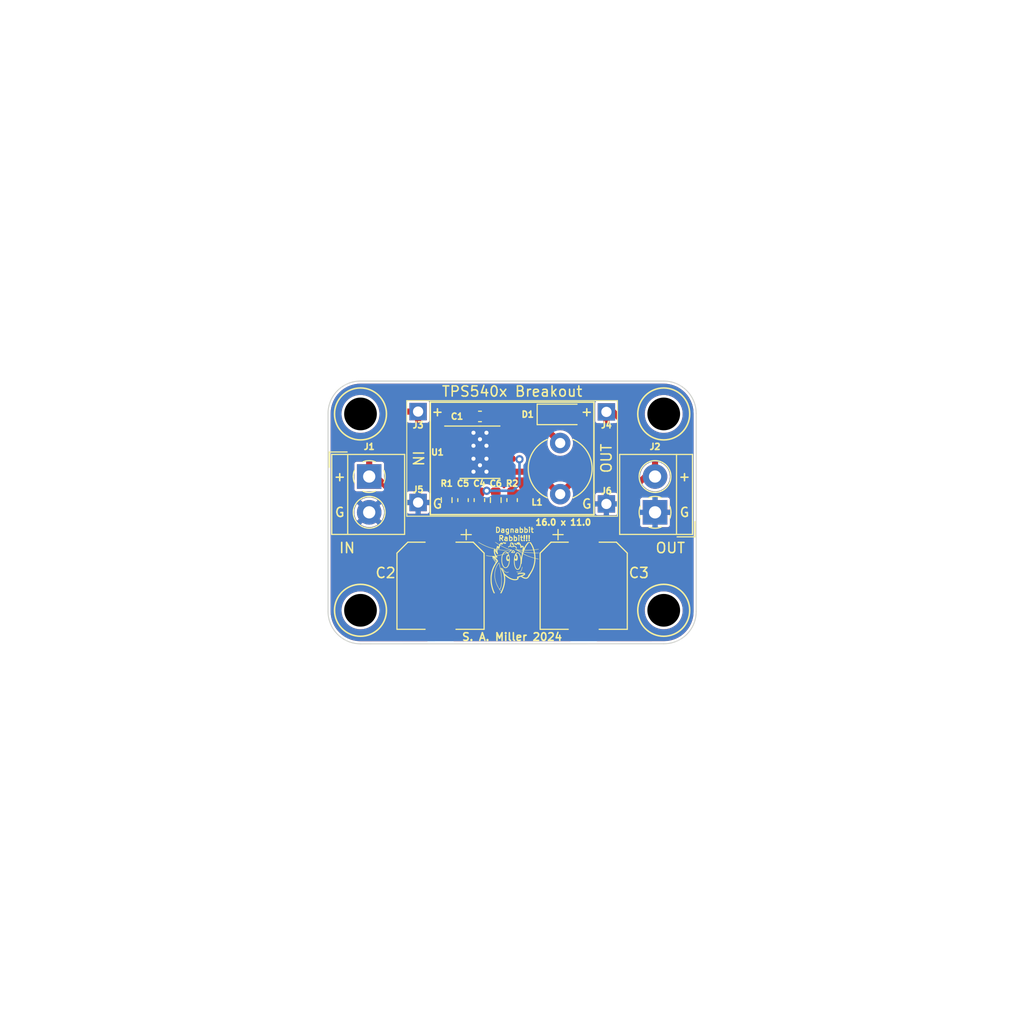
<source format=kicad_pcb>
(kicad_pcb (version 20211014) (generator pcbnew)
  (layers (0 "F.Cu" signal) (31 "B.Cu" signal) (34 "B.Paste" user) (35 "F.Paste" user) (36 "B.SilkS" user "B.Silkscreen") (37 "F.SilkS" user "F.Silkscreen") (38 "B.Mask" user) (39 "F.Mask" user) (44 "Edge.Cuts" user))
  (net 0 "")
  (net 1 "Net-(C1-Pad1)")
  (net 2 "Net-(C1-Pad2)")
  (net 3 "Vin")
  (net 4 "GND")
  (net 5 "Vout")
  (net 6 "Net-(C4-Pad1)")
  (net 7 "Net-(C5-Pad1)")
  (net 8 "Net-(C6-Pad1)")
  (net 9 "Net-(R1-Pad1)")
  (footprint "Diode_SMD:D_SOD-123" (layer "F.Cu") (at 104.7 90.445)
    (fp_text reference "D1" (at -3.175 0) (layer "F.SilkS") (effects (font (size 0.6 0.6))))
    (fp_text value "DSK24")
    (pad "1" smd rect (at -1.65 0) (size 0.9 1.2) (layers "F.Cu" "F.Paste" "F.Mask") (net 2 "Net-(C1-Pad2)"))
    (pad "2" smd rect (at 1.65 0) (size 0.9 1.2) (layers "F.Cu" "F.Paste" "F.Mask") (net 4 "GND"))
  )
  (footprint "TerminalBlock_4Ucon:TerminalBlock_4Ucon_1x02_P3.50mm_Horizontal" (layer "F.Cu") (at 113.975 100.02 90)
    (fp_text reference "J2" (at 6.42 0) (layer "F.SilkS") (effects (font (size 0.6 0.6))))
    (fp_text value "Output")
    (pad "1" thru_hole rect (at 0 0 90) (size 2.4 2.4) (drill 1.2) (layers *.Cu *.Mask) (net 4 "GND"))
    (pad "2" thru_hole circle (at 3.5 0 90) (size 2.4 2.4) (drill 1.2) (layers *.Cu *.Mask) (net 5 "Vout"))
  )
  (footprint "Tinker:Mount" (layer "F.Cu") (at 114.825 109.6)
    (fp_text reference "REF**" hide)
    (fp_text value "Mount" hide)
    (pad "" np_thru_hole circle (at 0 0) (size 3.2 3.2) (drill 3.2) (layers *.Mask))
  )
  (footprint "Tinker:ConnPoint" (layer "F.Cu") (at 109.22 99.2)
    (fp_text reference "J6" (at 0 -1.27) (layer "F.SilkS") (effects (font (size 0.6 0.6))))
    (fp_text value "MountPoint" hide)
    (pad "1" thru_hole rect (at 0 0) (size 1.7 1.7) (drill 1) (layers *.Cu *.Mask) (net 4 "GND"))
  )
  (footprint "Tinker:ConnPoint" (layer "F.Cu") (at 90.805 90.17)
    (fp_text reference "J3" (at 0 1.33) (layer "F.SilkS") (effects (font (size 0.6 0.6))))
    (fp_text value "MountPoint" hide)
    (pad "1" thru_hole rect (at 0 0) (size 1.7 1.7) (drill 1) (layers *.Cu *.Mask) (net 3 "Vin"))
  )
  (footprint "Capacitor_SMD:C_0603_1608Metric" (layer "F.Cu") (at 96.8567 90.645)
    (fp_text reference "C1" (at -2.2417 0) (layer "F.SilkS") (effects (font (size 0.6 0.6))))
    (fp_text value "0.1uF")
    (pad "1" smd roundrect (at -0.775 0) (size 0.9 0.95) (layers "F.Cu" "F.Paste" "F.Mask") (net 1 "Net-(C1-Pad1)"))
    (pad "2" smd roundrect (at 0.775 0) (size 0.9 0.95) (layers "F.Cu" "F.Paste" "F.Mask") (net 2 "Net-(C1-Pad2)"))
  )
  (footprint "Package_SO:SOIC-8_3.9x4.9mm_P1.27mm" (layer "F.Cu") (at 96.8567 94.145)
    (fp_text reference "U1" (at -4.1567 0) (layer "F.SilkS") (effects (font (size 0.6 0.6))))
    (fp_text value "TPS5403")
    (pad "1" smd roundrect (at -2.475 -1.905) (size 1.95 0.6) (layers "F.Cu" "F.Paste" "F.Mask") (net 1 "Net-(C1-Pad1)"))
    (pad "2" smd roundrect (at -2.475 -0.635) (size 1.95 0.6) (layers "F.Cu" "F.Paste" "F.Mask") (net 3 "Vin"))
    (pad "3" smd roundrect (at -2.475 0.635) (size 1.95 0.6) (layers "F.Cu" "F.Paste" "F.Mask") (net 9 "Net-(R1-Pad1)"))
    (pad "4" smd roundrect (at -2.475 1.905) (size 1.95 0.6) (layers "F.Cu" "F.Paste" "F.Mask") (net 7 "Net-(C5-Pad1)"))
    (pad "5" smd roundrect (at 2.475 1.905) (size 1.95 0.6) (layers "F.Cu" "F.Paste" "F.Mask") (net 5 "Vout"))
    (pad "6" smd roundrect (at 2.475 0.635) (size 1.95 0.6) (layers "F.Cu" "F.Paste" "F.Mask") (net 6 "Net-(C4-Pad1)"))
    (pad "7" smd roundrect (at 2.475 -0.635) (size 1.95 0.6) (layers "F.Cu" "F.Paste" "F.Mask") (net 4 "GND"))
    (pad "8" smd roundrect (at 2.475 -1.905) (size 1.95 0.6) (layers "F.Cu" "F.Paste" "F.Mask") (net 2 "Net-(C1-Pad2)"))
  )
  (footprint "Inductor_THT:L_Radial_D6.0mm_P4.00mm" (layer "F.Cu") (at 104.7 95.745 -90)
    (fp_text reference "L1" (at 3.29 2.265) (layer "F.SilkS") (effects (font (size 0.6 0.6))))
    (fp_text value "L_Ferrite")
    (pad "1" thru_hole circle (at -2.5 0 270) (size 2 2) (drill 1) (layers *.Cu *.Mask) (net 2 "Net-(C1-Pad2)"))
    (pad "2" thru_hole circle (at 2.5 0 270) (size 2 2) (drill 1) (layers *.Cu *.Mask) (net 5 "Vout"))
  )
  (footprint "Tinker:Mount" (layer "F.Cu") (at 85.175 90.4)
    (fp_text reference "REF**" hide)
    (fp_text value "Mount" hide)
    (pad "" np_thru_hole circle (at 0 0) (size 3.2 3.2) (drill 3.2) (layers *.Mask))
  )
  (footprint "Capacitor_SMD:C_0603_1608Metric" (layer "F.Cu") (at 100 98.825 90)
    (fp_text reference "C6" (at 1.625 -1.6) (layer "F.SilkS") (effects (font (size 0.6 0.6))))
    (fp_text value "2.2nF")
    (pad "1" smd roundrect (at -0.775 0 90) (size 0.9 0.95) (layers "F.Cu" "F.Paste" "F.Mask") (net 8 "Net-(C6-Pad1)"))
    (pad "2" smd roundrect (at 0.775 0 90) (size 0.9 0.95) (layers "F.Cu" "F.Paste" "F.Mask") (net 4 "GND"))
  )
  (footprint "Resistor_SMD:R_0603_1608Metric" (layer "F.Cu") (at 98.4 98.825 -90)
    (fp_text reference "R2" (at -1.625 -1.6) (layer "F.SilkS") (effects (font (size 0.6 0.6))))
    (fp_text value "47K")
    (pad "1" smd roundrect (at -0.825 0 270) (size 0.8 0.95) (layers "F.Cu" "F.Paste" "F.Mask") (net 6 "Net-(C4-Pad1)"))
    (pad "2" smd roundrect (at 0.825 0 270) (size 0.8 0.95) (layers "F.Cu" "F.Paste" "F.Mask") (net 8 "Net-(C6-Pad1)"))
  )
  (footprint "Tinker:Mount" (layer "F.Cu") (at 85.175 109.6)
    (fp_text reference "REF**" hide)
    (fp_text value "Mount" hide)
    (pad "" np_thru_hole circle (at 0 0) (size 3.2 3.2) (drill 3.2) (layers *.Mask))
  )
  (footprint "Capacitor_SMD:CP_Elec_8x10" (layer "F.Cu") (at 107 107.2 -90)
    (fp_text reference "C3" (at -1.255 -5.395 180) (layer "F.SilkS"))
    (fp_text value "330uF")
    (pad "1" smd roundrect (at -3.25 0 270) (size 3.5 2.5) (layers "F.Cu" "F.Paste" "F.Mask") (roundrect_rratio 0.1) (net 5 "Vout"))
    (pad "2" smd roundrect (at 3.25 0 270) (size 3.5 2.5) (layers "F.Cu" "F.Paste" "F.Mask") (roundrect_rratio 0.1) (net 4 "GND"))
  )
  (footprint "Tinker:DagNabbit" (layer "F.Cu") (at 99.9 104.8 180)
    (fp_text reference "REF**" hide)
    (fp_text value "DagNabbit" hide)
    (fp_text user "Dagnabbit\nRabbit!!!" (at -0.331667 2.64) (layer "F.SilkS") (effects (font (size 0.5 0.5) (thickness 0.1))))
  )
  (footprint "Capacitor_SMD:C_0603_1608Metric" (layer "F.Cu") (at 96.8 98.825 -90)
    (fp_text reference "C4" (at -1.625 0) (layer "F.SilkS") (effects (font (size 0.6 0.6))))
    (fp_text value "100pF")
    (pad "1" smd roundrect (at -0.775 0 270) (size 0.9 0.95) (layers "F.Cu" "F.Paste" "F.Mask") (net 6 "Net-(C4-Pad1)"))
    (pad "2" smd roundrect (at 0.775 0 270) (size 0.9 0.95) (layers "F.Cu" "F.Paste" "F.Mask") (net 4 "GND"))
  )
  (footprint "Tinker:ConnPoint" (layer "F.Cu") (at 90.805 99.06)
    (fp_text reference "J5" (at 0 -1.27) (layer "F.SilkS") (effects (font (size 0.6 0.6))))
    (fp_text value "MountPoint" hide)
    (pad "1" thru_hole rect (at 0 0) (size 1.7 1.7) (drill 1) (layers *.Cu *.Mask) (net 4 "GND"))
  )
  (footprint "Capacitor_SMD:CP_Elec_8x10" (layer "F.Cu") (at 93 107.2 -90)
    (fp_text reference "C2" (at -1.255 5.37 180) (layer "F.SilkS"))
    (fp_text value "330uF")
    (pad "1" smd roundrect (at -3.25 0 270) (size 3.5 2.5) (layers "F.Cu" "F.Paste" "F.Mask") (roundrect_rratio 0.1) (net 3 "Vin"))
    (pad "2" smd roundrect (at 3.25 0 270) (size 3.5 2.5) (layers "F.Cu" "F.Paste" "F.Mask") (roundrect_rratio 0.1) (net 4 "GND"))
  )
  (footprint "Resistor_SMD:R_0603_1608Metric" (layer "F.Cu") (at 93.6 98.825 -90)
    (fp_text reference "R1" (at -1.625 0) (layer "F.SilkS") (effects (font (size 0.6 0.6))))
    (fp_text value "100K")
    (pad "1" smd roundrect (at -0.825 0 270) (size 0.8 0.95) (layers "F.Cu" "F.Paste" "F.Mask") (net 9 "Net-(R1-Pad1)"))
    (pad "2" smd roundrect (at 0.825 0 270) (size 0.8 0.95) (layers "F.Cu" "F.Paste" "F.Mask") (net 4 "GND"))
  )
  (footprint "Capacitor_SMD:C_0603_1608Metric" (layer "F.Cu") (at 95.2 98.825 -90)
    (fp_text reference "C5" (at -1.625 0) (layer "F.SilkS") (effects (font (size 0.6 0.6))))
    (fp_text value "10nF")
    (pad "1" smd roundrect (at -0.775 0 270) (size 0.9 0.95) (layers "F.Cu" "F.Paste" "F.Mask") (net 7 "Net-(C5-Pad1)"))
    (pad "2" smd roundrect (at 0.775 0 270) (size 0.9 0.95) (layers "F.Cu" "F.Paste" "F.Mask") (net 4 "GND"))
  )
  (footprint "TerminalBlock_4Ucon:TerminalBlock_4Ucon_1x02_P3.50mm_Horizontal" (layer "F.Cu") (at 86.025 96.52 -90)
    (fp_text reference "J1" (at -2.92 0) (layer "F.SilkS") (effects (font (size 0.6 0.6))))
    (fp_text value "Input")
    (pad "1" thru_hole rect (at 0 0 270) (size 2.4 2.4) (drill 1.2) (layers *.Cu *.Mask) (net 3 "Vin"))
    (pad "2" thru_hole circle (at 3.5 0 270) (size 2.4 2.4) (drill 1.2) (layers *.Cu *.Mask) (net 4 "GND"))
  )
  (footprint "Tinker:ConnPoint" (layer "F.Cu") (at 109.22 90.2)
    (fp_text reference "J4" (at 0 1.3) (layer "F.SilkS") (effects (font (size 0.6 0.6))))
    (fp_text value "MountPoint" hide)
    (pad "1" thru_hole rect (at 0 0) (size 1.7 1.7) (drill 1) (layers *.Cu *.Mask) (net 5 "Vout"))
  )
  (footprint "Tinker:Mount" (layer "F.Cu") (at 114.825 90.4)
    (fp_text reference "REF**" hide)
    (fp_text value "Mount" hide)
    (pad "" np_thru_hole circle (at 0 0) (size 3.2 3.2) (drill 3.2) (layers *.Mask))
  )
  (gr_line (start 108 100.245) (end 108 89.245) (layer "F.SilkS") (width 0.15))
  (gr_line (start 110.3 89.1) (end 89.7 89.1) (layer "F.SilkS") (width 0.1))
  (gr_line (start 108 89.245) (end 92 89.245) (layer "F.SilkS") (width 0.15))
  (gr_line (start 110.3 89.1) (end 110.3 100.4) (layer "F.SilkS") (width 0.1))
  (gr_line (start 92 89.245) (end 92 100.245) (layer "F.SilkS") (width 0.15))
  (gr_line (start 92 100.245) (end 108 100.245) (layer "F.SilkS") (width 0.15))
  (gr_line (start 110.3 100.4) (end 89.7 100.4) (layer "F.SilkS") (width 0.1))
  (gr_line (start 89.7 89.1) (end 89.7 100.4) (layer "F.SilkS") (width 0.1))
  (gr_line (start 118 109.6958) (end 118 90.36) (layer "Edge.Cuts") (width 0.1))
  (gr_line (start 85.175 112.879936) (end 114.825 112.8708) (layer "Edge.Cuts") (width 0.1))
  (gr_arc (start 85.175 112.879936) (mid 82.929936 111.95) (end 82 109.704936) (layer "Edge.Cuts") (width 0.1))
  (gr_line (start 82 90.36) (end 82 109.704936) (layer "Edge.Cuts") (width 0.1))
  (gr_arc (start 82 90.36) (mid 82.929936 88.114936) (end 85.175 87.185) (layer "Edge.Cuts") (width 0.1))
  (gr_arc (start 114.825 87.185) (mid 117.070064 88.114936) (end 118 90.36) (layer "Edge.Cuts") (width 0.1))
  (gr_line (start 114.825 87.185) (end 85.175 87.185) (layer "Edge.Cuts") (width 0.1))
  (gr_arc (start 118 109.6958) (mid 117.0792 111.95) (end 114.825 112.8708) (layer "Edge.Cuts") (width 0.1))
  (gr_text "+" (at 107.3 90.17) (layer "F.SilkS") (effects (font (size 0.9 0.9))))
  (gr_text "TPS540x Breakout" (at 100 88.2) (layer "F.SilkS") (effects (font (size 1 1))))
  (gr_text "IN" (at 83 103.505) (layer "F.SilkS") (effects (font (size 1 1)) (justify left)))
  (gr_text "G" (at 92.7 99.2) (layer "F.SilkS") (effects (font (size 0.9 0.9))))
  (gr_text "+" (at 116.855 96.52) (layer "F.SilkS") (effects (font (size 0.9 0.9))))
  (gr_text "16.0 x 11.0" (at 105 101) (layer "F.SilkS") (effects (font (size 0.6 0.6))))
  (gr_text "S. A. Miller 2024" (at 100 112.2) (layer "F.SilkS") (effects (font (size 0.75 0.75))))
  (gr_text "G" (at 107.3 99.2) (layer "F.SilkS") (effects (font (size 0.9 0.9))))
  (gr_text "IN" (at 90.805 94.745 -90) (layer "F.SilkS") (effects (font (size 1 1))))
  (gr_text "G" (at 116.855 100.02) (layer "F.SilkS") (effects (font (size 0.9 0.9))))
  (gr_text "+" (at 83.145 96.52) (layer "F.SilkS") (effects (font (size 0.9 0.9))))
  (gr_text "G" (at 83.145 100.02) (layer "F.SilkS") (effects (font (size 0.9 0.9))))
  (gr_text "OUT" (at 109.22 94.745 90) (layer "F.SilkS") (effects (font (size 1 1))))
  (gr_text "+" (at 92.7 90.17) (layer "F.SilkS") (effects (font (size 0.9 0.9))))
  (gr_text "OUT" (at 117 103.505) (layer "F.SilkS") (effects (font (size 1 1)) (justify right)))
  (segment (start 95.9942 90.6275) (end 94.3817 92.24) (width 0.25) (layer "F.Cu") (net 1))
  (segment (start 99.3317 92.24) (end 103.695 92.24) (width 0.6) (layer "F.Cu") (net 2))
  (segment (start 103.05 91.595) (end 103.05 90.445) (width 0.6) (layer "F.Cu") (net 2))
  (segment (start 103.695 92.24) (end 104.7 93.245) (width 0.6) (layer "F.Cu") (net 2))
  (segment (start 97.7192 90.6275) (end 99.3317 92.24) (width 0.25) (layer "F.Cu") (net 2))
  (segment (start 104.7 93.245) (end 103.05 91.595) (width 0.6) (layer "F.Cu") (net 2))
  (segment (start 93 103.95) (end 89.98 103.95) (width 0.6) (layer "F.Cu") (net 3))
  (segment (start 89.535 90.17) (end 86.025 93.68) (width 0.6) (layer "F.Cu") (net 3))
  (segment (start 88.265 102.235) (end 88.265 98.085) (width 0.6) (layer "F.Cu") (net 3))
  (segment (start 89.98 103.95) (end 88.265 102.235) (width 0.6) (layer "F.Cu") (net 3))
  (segment (start 90.805 91.77) (end 92.545 93.51) (width 0.6) (layer "F.Cu") (net 3))
  (segment (start 90.805 90.17) (end 89.535 90.17) (width 0.6) (layer "F.Cu") (net 3))
  (segment (start 94.3817 93.51) (end 92.545 93.51) (width 0.6) (layer "F.Cu") (net 3))
  (segment (start 88.265 98.085) (end 86.7 96.52) (width 0.6) (layer "F.Cu") (net 3))
  (segment (start 86.025 93.68) (end 86.025 96.52) (width 0.6) (layer "F.Cu") (net 3))
  (segment (start 90.805 90.17) (end 90.805 91.77) (width 0.6) (layer "F.Cu") (net 3))
  (via (at 96.2217 94.78) (size 0.8) (drill 0.4) (layers "F.Cu" "B.Cu") (net 4))
  (via (at 97.4917 93.51) (size 0.8) (drill 0.4) (layers "F.Cu" "B.Cu") (net 4))
  (via (at 96.2217 93.51) (size 0.8) (drill 0.4) (layers "F.Cu" "B.Cu") (net 4))
  (via (at 96.8567 92.875) (size 0.8) (drill 0.4) (layers "F.Cu" "B.Cu") (net 4))
  (via (at 96.2217 96.05) (size 0.8) (drill 0.4) (layers "F.Cu" "B.Cu") (net 4))
  (via (at 97.4917 96.05) (size 0.8) (drill 0.4) (layers "F.Cu" "B.Cu") (net 4))
  (via (at 96.8567 95.415) (size 0.8) (drill 0.4) (layers "F.Cu" "B.Cu") (net 4))
  (via (at 96.2217 92.24) (size 0.8) (drill 0.4) (layers "F.Cu" "B.Cu") (net 4))
  (via (at 97.4917 94.78) (size 0.8) (drill 0.4) (layers "F.Cu" "B.Cu") (net 4))
  (via (at 97.4917 92.24) (size 0.8) (drill 0.4) (layers "F.Cu" "B.Cu") (net 4))
  (segment (start 104.6 98.245) (end 104.7 98.245) (width 0.6) (layer "F.Cu") (net 5))
  (segment (start 99.3317 96.05) (end 102.405 96.05) (width 0.6) (layer "F.Cu") (net 5))
  (segment (start 106.235 96.71) (end 104.7 98.245) (width 0.6) (layer "F.Cu") (net 5))
  (segment (start 113.03 96.52) (end 111.76 97.79) (width 0.6) (layer "F.Cu") (net 5))
  (segment (start 111.76 97.79) (end 111.76 98.425) (width 0.6) (layer "F.Cu") (net 5))
  (segment (start 113.975 94.29) (end 113.975 96.52) (width 0.6) (layer "F.Cu") (net 5))
  (segment (start 102.405 96.05) (end 104.6 98.245) (width 0.6) (layer "F.Cu") (net 5))
  (segment (start 107 103.95) (end 110.68 103.95) (width 0.6) (layer "F.Cu") (net 5))
  (segment (start 111.76 102.87) (end 111.76 98.425) (width 0.6) (layer "F.Cu") (net 5))
  (segment (start 109.22 90.2) (end 109.22 93.725) (width 0.6) (layer "F.Cu") (net 5))
  (segment (start 109.885 90.2) (end 113.975 94.29) (width 0.6) (layer "F.Cu") (net 5))
  (segment (start 113.975 96.52) (end 113.03 96.52) (width 0.6) (layer "F.Cu") (net 5))
  (segment (start 110.68 103.95) (end 111.76 102.87) (width 0.6) (layer "F.Cu") (net 5))
  (segment (start 109.22 90.2) (end 109.885 90.2) (width 0.6) (layer "F.Cu") (net 5))
  (segment (start 109.22 93.725) (end 106.235 96.71) (width 0.6) (layer "F.Cu") (net 5))
  (segment (start 96.85 98) (end 96.8 98.05) (width 0.25) (layer "F.Cu") (net 6))
  (segment (start 98.4 98) (end 96.85 98) (width 0.25) (layer "F.Cu") (net 6))
  (segment (start 100.6667 94.78) (end 100.72085 94.83415) (width 0.25) (layer "F.Cu") (net 6))
  (segment (start 99.3317 94.78) (end 100.6667 94.78) (width 0.25) (layer "F.Cu") (net 6))
  (via (at 100.72085 94.83415) (size 0.8) (drill 0.4) (layers "F.Cu" "B.Cu") (net 6))
  (via (at 97.5125 97.9125) (size 0.8) (drill 0.4) (layers "F.Cu" "B.Cu") (net 6))
  (segment (start 97.5125 97.9125) (end 100.0825 97.9125) (width 0.25) (layer "B.Cu") (net 6))
  (segment (start 100.0825 97.9125) (end 100.72085 97.27415) (width 0.25) (layer "B.Cu") (net 6))
  (segment (start 100.72085 97.27415) (end 100.72085 94.83415) (width 0.25) (layer "B.Cu") (net 6))
  (segment (start 95.2 98.05) (end 95.2 96.8683) (width 0.25) (layer "F.Cu") (net 7))
  (segment (start 95.2 96.8683) (end 94.3817 96.05) (width 0.25) (layer "F.Cu") (net 7))
  (segment (start 100 99.5875) (end 98.45 99.5875) (width 0.25) (layer "F.Cu") (net 8))
  (segment (start 92.92 98) (end 92.71 97.79) (width 0.25) (layer "F.Cu") (net 9))
  (segment (start 92.71 97.79) (end 92.71 95.1167) (width 0.25) (layer "F.Cu") (net 9))
  (segment (start 93.0467 94.78) (end 94.3817 94.78) (width 0.25) (layer "F.Cu") (net 9))
  (segment (start 92.92 98) (end 93.6 98) (width 0.25) (layer "F.Cu") (net 9))
  (segment (start 92.71 95.1167) (end 93.0467 94.78) (width 0.25) (layer "F.Cu") (net 9))
  (zone (net 4) (net_name "GND") (layer "F.Cu") (connect_pads (clearance 0.254)) (min_thickness 0.254) (fill yes (thermal_gap 0.254) (thermal_bridge_width 0.508))
    (polygon (pts (xy 118.4467 113.22) (xy 81.6167 113.22) (xy 81.6167 86.55) (xy 118.4467 86.55)))
  )
  (zone (net 4) (net_name "GND") (layer "B.Cu") (connect_pads (clearance 0.254)) (min_thickness 0.254) (fill yes (thermal_gap 0.254) (thermal_bridge_width 0.508))
    (polygon (pts (xy 118.4467 113.22) (xy 81.6167 113.22) (xy 81.6167 86.55) (xy 118.4467 86.55)))
  )
)
</source>
